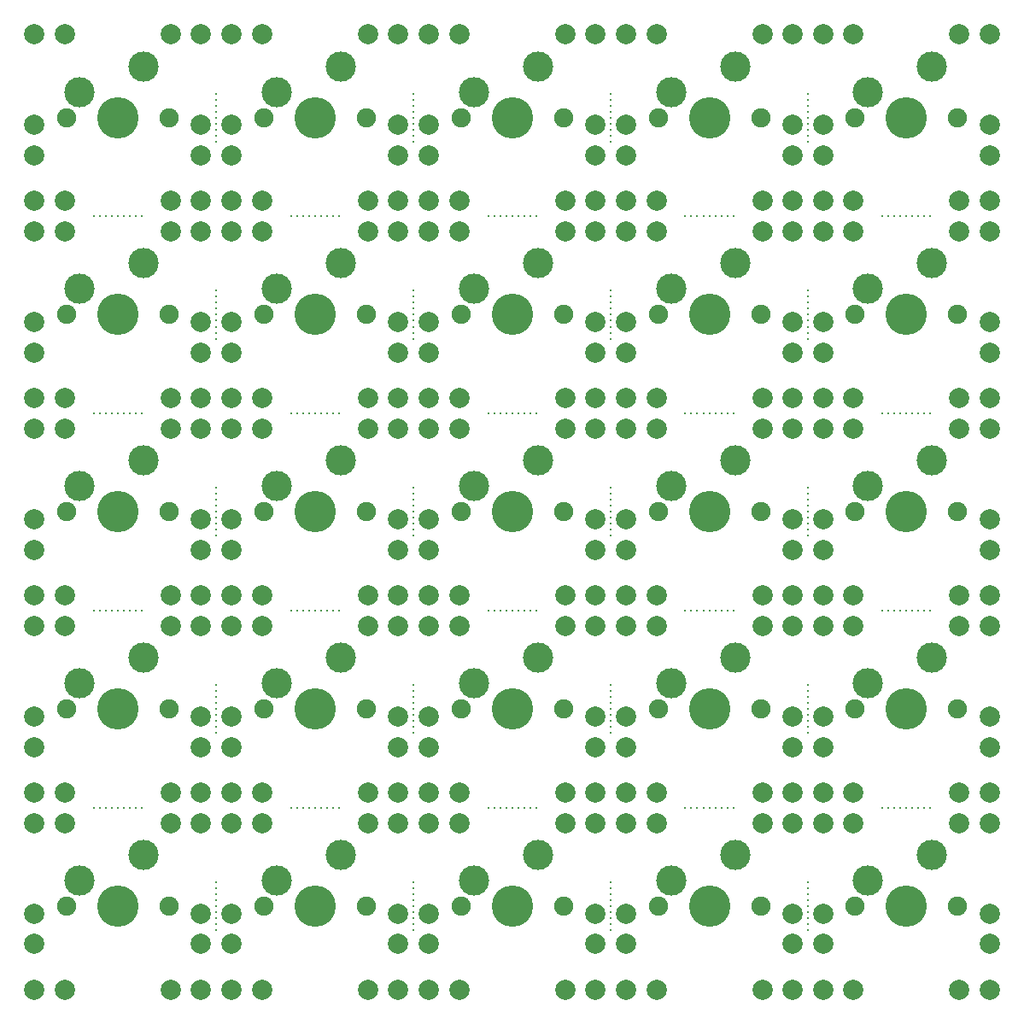
<source format=gbr>
%TF.GenerationSoftware,KiCad,Pcbnew,(5.1.9)-1*%
%TF.CreationDate,2021-03-09T21:07:52+01:00*%
%TF.ProjectId,cell,63656c6c-2e6b-4696-9361-645f70636258,rev?*%
%TF.SameCoordinates,Original*%
%TF.FileFunction,Soldermask,Top*%
%TF.FilePolarity,Negative*%
%FSLAX46Y46*%
G04 Gerber Fmt 4.6, Leading zero omitted, Abs format (unit mm)*
G04 Created by KiCad (PCBNEW (5.1.9)-1) date 2021-03-09 21:07:52*
%MOMM*%
%LPD*%
G01*
G04 APERTURE LIST*
%ADD10C,0.300000*%
%ADD11C,1.998980*%
%ADD12C,3.000000*%
%ADD13C,1.900000*%
%ADD14C,4.100000*%
G04 APERTURE END LIST*
D10*
%TO.C,REF\u002A\u002A*%
X176762500Y-146175000D03*
X175575000Y-146175000D03*
X177356250Y-146175000D03*
X176168750Y-146175000D03*
X180325000Y-146175000D03*
X179731250Y-146175000D03*
X179137500Y-146175000D03*
X178543750Y-146175000D03*
X177950000Y-146175000D03*
%TD*%
%TO.C,REF\u002A\u002A*%
X157212500Y-146175000D03*
X156025000Y-146175000D03*
X157806250Y-146175000D03*
X156618750Y-146175000D03*
X160775000Y-146175000D03*
X160181250Y-146175000D03*
X159587500Y-146175000D03*
X158993750Y-146175000D03*
X158400000Y-146175000D03*
%TD*%
%TO.C,REF\u002A\u002A*%
X137662500Y-146175000D03*
X136475000Y-146175000D03*
X138256250Y-146175000D03*
X137068750Y-146175000D03*
X141225000Y-146175000D03*
X140631250Y-146175000D03*
X140037500Y-146175000D03*
X139443750Y-146175000D03*
X138850000Y-146175000D03*
%TD*%
%TO.C,REF\u002A\u002A*%
X118112500Y-146175000D03*
X116925000Y-146175000D03*
X118706250Y-146175000D03*
X117518750Y-146175000D03*
X121675000Y-146175000D03*
X121081250Y-146175000D03*
X120487500Y-146175000D03*
X119893750Y-146175000D03*
X119300000Y-146175000D03*
%TD*%
%TO.C,REF\u002A\u002A*%
X98562500Y-146175000D03*
X97375000Y-146175000D03*
X99156250Y-146175000D03*
X97968750Y-146175000D03*
X102125000Y-146175000D03*
X101531250Y-146175000D03*
X100937500Y-146175000D03*
X100343750Y-146175000D03*
X99750000Y-146175000D03*
%TD*%
%TO.C,REF\u002A\u002A*%
X176762500Y-126625000D03*
X175575000Y-126625000D03*
X177356250Y-126625000D03*
X176168750Y-126625000D03*
X180325000Y-126625000D03*
X179731250Y-126625000D03*
X179137500Y-126625000D03*
X178543750Y-126625000D03*
X177950000Y-126625000D03*
%TD*%
%TO.C,REF\u002A\u002A*%
X157212500Y-126625000D03*
X156025000Y-126625000D03*
X157806250Y-126625000D03*
X156618750Y-126625000D03*
X160775000Y-126625000D03*
X160181250Y-126625000D03*
X159587500Y-126625000D03*
X158993750Y-126625000D03*
X158400000Y-126625000D03*
%TD*%
%TO.C,REF\u002A\u002A*%
X137662500Y-126625000D03*
X136475000Y-126625000D03*
X138256250Y-126625000D03*
X137068750Y-126625000D03*
X141225000Y-126625000D03*
X140631250Y-126625000D03*
X140037500Y-126625000D03*
X139443750Y-126625000D03*
X138850000Y-126625000D03*
%TD*%
%TO.C,REF\u002A\u002A*%
X118112500Y-126625000D03*
X116925000Y-126625000D03*
X118706250Y-126625000D03*
X117518750Y-126625000D03*
X121675000Y-126625000D03*
X121081250Y-126625000D03*
X120487500Y-126625000D03*
X119893750Y-126625000D03*
X119300000Y-126625000D03*
%TD*%
%TO.C,REF\u002A\u002A*%
X98562500Y-126625000D03*
X97375000Y-126625000D03*
X99156250Y-126625000D03*
X97968750Y-126625000D03*
X102125000Y-126625000D03*
X101531250Y-126625000D03*
X100937500Y-126625000D03*
X100343750Y-126625000D03*
X99750000Y-126625000D03*
%TD*%
%TO.C,REF\u002A\u002A*%
X176762500Y-107075000D03*
X175575000Y-107075000D03*
X177356250Y-107075000D03*
X176168750Y-107075000D03*
X180325000Y-107075000D03*
X179731250Y-107075000D03*
X179137500Y-107075000D03*
X178543750Y-107075000D03*
X177950000Y-107075000D03*
%TD*%
%TO.C,REF\u002A\u002A*%
X157212500Y-107075000D03*
X156025000Y-107075000D03*
X157806250Y-107075000D03*
X156618750Y-107075000D03*
X160775000Y-107075000D03*
X160181250Y-107075000D03*
X159587500Y-107075000D03*
X158993750Y-107075000D03*
X158400000Y-107075000D03*
%TD*%
%TO.C,REF\u002A\u002A*%
X137662500Y-107075000D03*
X136475000Y-107075000D03*
X138256250Y-107075000D03*
X137068750Y-107075000D03*
X141225000Y-107075000D03*
X140631250Y-107075000D03*
X140037500Y-107075000D03*
X139443750Y-107075000D03*
X138850000Y-107075000D03*
%TD*%
%TO.C,REF\u002A\u002A*%
X118112500Y-107075000D03*
X116925000Y-107075000D03*
X118706250Y-107075000D03*
X117518750Y-107075000D03*
X121675000Y-107075000D03*
X121081250Y-107075000D03*
X120487500Y-107075000D03*
X119893750Y-107075000D03*
X119300000Y-107075000D03*
%TD*%
%TO.C,REF\u002A\u002A*%
X98562500Y-107075000D03*
X97375000Y-107075000D03*
X99156250Y-107075000D03*
X97968750Y-107075000D03*
X102125000Y-107075000D03*
X101531250Y-107075000D03*
X100937500Y-107075000D03*
X100343750Y-107075000D03*
X99750000Y-107075000D03*
%TD*%
%TO.C,REF\u002A\u002A*%
X176762500Y-87525000D03*
X175575000Y-87525000D03*
X177356250Y-87525000D03*
X176168750Y-87525000D03*
X180325000Y-87525000D03*
X179731250Y-87525000D03*
X179137500Y-87525000D03*
X178543750Y-87525000D03*
X177950000Y-87525000D03*
%TD*%
%TO.C,REF\u002A\u002A*%
X157212500Y-87525000D03*
X156025000Y-87525000D03*
X157806250Y-87525000D03*
X156618750Y-87525000D03*
X160775000Y-87525000D03*
X160181250Y-87525000D03*
X159587500Y-87525000D03*
X158993750Y-87525000D03*
X158400000Y-87525000D03*
%TD*%
%TO.C,REF\u002A\u002A*%
X137662500Y-87525000D03*
X136475000Y-87525000D03*
X138256250Y-87525000D03*
X137068750Y-87525000D03*
X141225000Y-87525000D03*
X140631250Y-87525000D03*
X140037500Y-87525000D03*
X139443750Y-87525000D03*
X138850000Y-87525000D03*
%TD*%
%TO.C,REF\u002A\u002A*%
X118112500Y-87525000D03*
X116925000Y-87525000D03*
X118706250Y-87525000D03*
X117518750Y-87525000D03*
X121675000Y-87525000D03*
X121081250Y-87525000D03*
X120487500Y-87525000D03*
X119893750Y-87525000D03*
X119300000Y-87525000D03*
%TD*%
%TO.C,REF\u002A\u002A*%
X168175000Y-157137500D03*
X168175000Y-158325000D03*
X168175000Y-156543750D03*
X168175000Y-157731250D03*
X168175000Y-153575000D03*
X168175000Y-154168750D03*
X168175000Y-154762500D03*
X168175000Y-155356250D03*
X168175000Y-155950000D03*
%TD*%
%TO.C,REF\u002A\u002A*%
X148625000Y-157137500D03*
X148625000Y-158325000D03*
X148625000Y-156543750D03*
X148625000Y-157731250D03*
X148625000Y-153575000D03*
X148625000Y-154168750D03*
X148625000Y-154762500D03*
X148625000Y-155356250D03*
X148625000Y-155950000D03*
%TD*%
%TO.C,REF\u002A\u002A*%
X129075000Y-157137500D03*
X129075000Y-158325000D03*
X129075000Y-156543750D03*
X129075000Y-157731250D03*
X129075000Y-153575000D03*
X129075000Y-154168750D03*
X129075000Y-154762500D03*
X129075000Y-155356250D03*
X129075000Y-155950000D03*
%TD*%
%TO.C,REF\u002A\u002A*%
X109525000Y-157137500D03*
X109525000Y-158325000D03*
X109525000Y-156543750D03*
X109525000Y-157731250D03*
X109525000Y-153575000D03*
X109525000Y-154168750D03*
X109525000Y-154762500D03*
X109525000Y-155356250D03*
X109525000Y-155950000D03*
%TD*%
%TO.C,REF\u002A\u002A*%
X168175000Y-137587500D03*
X168175000Y-138775000D03*
X168175000Y-136993750D03*
X168175000Y-138181250D03*
X168175000Y-134025000D03*
X168175000Y-134618750D03*
X168175000Y-135212500D03*
X168175000Y-135806250D03*
X168175000Y-136400000D03*
%TD*%
%TO.C,REF\u002A\u002A*%
X148625000Y-137587500D03*
X148625000Y-138775000D03*
X148625000Y-136993750D03*
X148625000Y-138181250D03*
X148625000Y-134025000D03*
X148625000Y-134618750D03*
X148625000Y-135212500D03*
X148625000Y-135806250D03*
X148625000Y-136400000D03*
%TD*%
%TO.C,REF\u002A\u002A*%
X129075000Y-137587500D03*
X129075000Y-138775000D03*
X129075000Y-136993750D03*
X129075000Y-138181250D03*
X129075000Y-134025000D03*
X129075000Y-134618750D03*
X129075000Y-135212500D03*
X129075000Y-135806250D03*
X129075000Y-136400000D03*
%TD*%
%TO.C,REF\u002A\u002A*%
X109525000Y-137587500D03*
X109525000Y-138775000D03*
X109525000Y-136993750D03*
X109525000Y-138181250D03*
X109525000Y-134025000D03*
X109525000Y-134618750D03*
X109525000Y-135212500D03*
X109525000Y-135806250D03*
X109525000Y-136400000D03*
%TD*%
%TO.C,REF\u002A\u002A*%
X168175000Y-118037500D03*
X168175000Y-119225000D03*
X168175000Y-117443750D03*
X168175000Y-118631250D03*
X168175000Y-114475000D03*
X168175000Y-115068750D03*
X168175000Y-115662500D03*
X168175000Y-116256250D03*
X168175000Y-116850000D03*
%TD*%
%TO.C,REF\u002A\u002A*%
X148625000Y-118037500D03*
X148625000Y-119225000D03*
X148625000Y-117443750D03*
X148625000Y-118631250D03*
X148625000Y-114475000D03*
X148625000Y-115068750D03*
X148625000Y-115662500D03*
X148625000Y-116256250D03*
X148625000Y-116850000D03*
%TD*%
%TO.C,REF\u002A\u002A*%
X129075000Y-118037500D03*
X129075000Y-119225000D03*
X129075000Y-117443750D03*
X129075000Y-118631250D03*
X129075000Y-114475000D03*
X129075000Y-115068750D03*
X129075000Y-115662500D03*
X129075000Y-116256250D03*
X129075000Y-116850000D03*
%TD*%
%TO.C,REF\u002A\u002A*%
X109525000Y-118037500D03*
X109525000Y-119225000D03*
X109525000Y-117443750D03*
X109525000Y-118631250D03*
X109525000Y-114475000D03*
X109525000Y-115068750D03*
X109525000Y-115662500D03*
X109525000Y-116256250D03*
X109525000Y-116850000D03*
%TD*%
%TO.C,REF\u002A\u002A*%
X168175000Y-98487500D03*
X168175000Y-99675000D03*
X168175000Y-97893750D03*
X168175000Y-99081250D03*
X168175000Y-94925000D03*
X168175000Y-95518750D03*
X168175000Y-96112500D03*
X168175000Y-96706250D03*
X168175000Y-97300000D03*
%TD*%
%TO.C,REF\u002A\u002A*%
X148625000Y-98487500D03*
X148625000Y-99675000D03*
X148625000Y-97893750D03*
X148625000Y-99081250D03*
X148625000Y-94925000D03*
X148625000Y-95518750D03*
X148625000Y-96112500D03*
X148625000Y-96706250D03*
X148625000Y-97300000D03*
%TD*%
%TO.C,REF\u002A\u002A*%
X129075000Y-98487500D03*
X129075000Y-99675000D03*
X129075000Y-97893750D03*
X129075000Y-99081250D03*
X129075000Y-94925000D03*
X129075000Y-95518750D03*
X129075000Y-96112500D03*
X129075000Y-96706250D03*
X129075000Y-97300000D03*
%TD*%
%TO.C,REF\u002A\u002A*%
X109525000Y-98487500D03*
X109525000Y-99675000D03*
X109525000Y-97893750D03*
X109525000Y-99081250D03*
X109525000Y-94925000D03*
X109525000Y-95518750D03*
X109525000Y-96112500D03*
X109525000Y-96706250D03*
X109525000Y-97300000D03*
%TD*%
%TO.C,REF\u002A\u002A*%
X168175000Y-78937500D03*
X168175000Y-80125000D03*
X168175000Y-78343750D03*
X168175000Y-79531250D03*
X168175000Y-75375000D03*
X168175000Y-75968750D03*
X168175000Y-76562500D03*
X168175000Y-77156250D03*
X168175000Y-77750000D03*
%TD*%
%TO.C,REF\u002A\u002A*%
X148625000Y-78937500D03*
X148625000Y-80125000D03*
X148625000Y-78343750D03*
X148625000Y-79531250D03*
X148625000Y-75375000D03*
X148625000Y-75968750D03*
X148625000Y-76562500D03*
X148625000Y-77156250D03*
X148625000Y-77750000D03*
%TD*%
%TO.C,REF\u002A\u002A*%
X129075000Y-78937500D03*
X129075000Y-80125000D03*
X129075000Y-78343750D03*
X129075000Y-79531250D03*
X129075000Y-75375000D03*
X129075000Y-75968750D03*
X129075000Y-76562500D03*
X129075000Y-77156250D03*
X129075000Y-77750000D03*
%TD*%
D11*
%TO.C,J10*%
X172700000Y-147700000D03*
%TD*%
%TO.C,J10*%
X153150000Y-147700000D03*
%TD*%
%TO.C,J10*%
X133600000Y-147700000D03*
%TD*%
%TO.C,J10*%
X114050000Y-147700000D03*
%TD*%
%TO.C,J10*%
X94500000Y-147700000D03*
%TD*%
%TO.C,J10*%
X172700000Y-128150000D03*
%TD*%
%TO.C,J10*%
X153150000Y-128150000D03*
%TD*%
%TO.C,J10*%
X133600000Y-128150000D03*
%TD*%
%TO.C,J10*%
X114050000Y-128150000D03*
%TD*%
%TO.C,J10*%
X94500000Y-128150000D03*
%TD*%
%TO.C,J10*%
X172700000Y-108600000D03*
%TD*%
%TO.C,J10*%
X153150000Y-108600000D03*
%TD*%
%TO.C,J10*%
X133600000Y-108600000D03*
%TD*%
%TO.C,J10*%
X114050000Y-108600000D03*
%TD*%
%TO.C,J10*%
X94500000Y-108600000D03*
%TD*%
%TO.C,J10*%
X172700000Y-89050000D03*
%TD*%
%TO.C,J10*%
X153150000Y-89050000D03*
%TD*%
%TO.C,J10*%
X133600000Y-89050000D03*
%TD*%
%TO.C,J10*%
X114050000Y-89050000D03*
%TD*%
%TO.C,J10*%
X94500000Y-89050000D03*
%TD*%
%TO.C,J10*%
X172700000Y-69500000D03*
%TD*%
%TO.C,J10*%
X153150000Y-69500000D03*
%TD*%
%TO.C,J10*%
X133600000Y-69500000D03*
%TD*%
%TO.C,J10*%
X114050000Y-69500000D03*
%TD*%
%TO.C,J9*%
X186200000Y-156686000D03*
%TD*%
%TO.C,J9*%
X166650000Y-156686000D03*
%TD*%
%TO.C,J9*%
X147100000Y-156686000D03*
%TD*%
%TO.C,J9*%
X127550000Y-156686000D03*
%TD*%
%TO.C,J9*%
X108000000Y-156686000D03*
%TD*%
%TO.C,J9*%
X186200000Y-137136000D03*
%TD*%
%TO.C,J9*%
X166650000Y-137136000D03*
%TD*%
%TO.C,J9*%
X147100000Y-137136000D03*
%TD*%
%TO.C,J9*%
X127550000Y-137136000D03*
%TD*%
%TO.C,J9*%
X108000000Y-137136000D03*
%TD*%
%TO.C,J9*%
X186200000Y-117586000D03*
%TD*%
%TO.C,J9*%
X166650000Y-117586000D03*
%TD*%
%TO.C,J9*%
X147100000Y-117586000D03*
%TD*%
%TO.C,J9*%
X127550000Y-117586000D03*
%TD*%
%TO.C,J9*%
X108000000Y-117586000D03*
%TD*%
%TO.C,J9*%
X186200000Y-98036000D03*
%TD*%
%TO.C,J9*%
X166650000Y-98036000D03*
%TD*%
%TO.C,J9*%
X147100000Y-98036000D03*
%TD*%
%TO.C,J9*%
X127550000Y-98036000D03*
%TD*%
%TO.C,J9*%
X108000000Y-98036000D03*
%TD*%
%TO.C,J9*%
X186200000Y-78486000D03*
%TD*%
%TO.C,J9*%
X166650000Y-78486000D03*
%TD*%
%TO.C,J9*%
X147100000Y-78486000D03*
%TD*%
%TO.C,J9*%
X127550000Y-78486000D03*
%TD*%
%TO.C,J5*%
X183200000Y-164200000D03*
%TD*%
%TO.C,J5*%
X163650000Y-164200000D03*
%TD*%
%TO.C,J5*%
X144100000Y-164200000D03*
%TD*%
%TO.C,J5*%
X124550000Y-164200000D03*
%TD*%
%TO.C,J5*%
X105000000Y-164200000D03*
%TD*%
%TO.C,J5*%
X183200000Y-144650000D03*
%TD*%
%TO.C,J5*%
X163650000Y-144650000D03*
%TD*%
%TO.C,J5*%
X144100000Y-144650000D03*
%TD*%
%TO.C,J5*%
X124550000Y-144650000D03*
%TD*%
%TO.C,J5*%
X105000000Y-144650000D03*
%TD*%
%TO.C,J5*%
X183200000Y-125100000D03*
%TD*%
%TO.C,J5*%
X163650000Y-125100000D03*
%TD*%
%TO.C,J5*%
X144100000Y-125100000D03*
%TD*%
%TO.C,J5*%
X124550000Y-125100000D03*
%TD*%
%TO.C,J5*%
X105000000Y-125100000D03*
%TD*%
%TO.C,J5*%
X183200000Y-105550000D03*
%TD*%
%TO.C,J5*%
X163650000Y-105550000D03*
%TD*%
%TO.C,J5*%
X144100000Y-105550000D03*
%TD*%
%TO.C,J5*%
X124550000Y-105550000D03*
%TD*%
%TO.C,J5*%
X105000000Y-105550000D03*
%TD*%
%TO.C,J5*%
X183200000Y-86000000D03*
%TD*%
%TO.C,J5*%
X163650000Y-86000000D03*
%TD*%
%TO.C,J5*%
X144100000Y-86000000D03*
%TD*%
%TO.C,J5*%
X124550000Y-86000000D03*
%TD*%
%TO.C,J4*%
X172700000Y-164200000D03*
%TD*%
%TO.C,J4*%
X153150000Y-164200000D03*
%TD*%
%TO.C,J4*%
X133600000Y-164200000D03*
%TD*%
%TO.C,J4*%
X114050000Y-164200000D03*
%TD*%
%TO.C,J4*%
X94500000Y-164200000D03*
%TD*%
%TO.C,J4*%
X172700000Y-144650000D03*
%TD*%
%TO.C,J4*%
X153150000Y-144650000D03*
%TD*%
%TO.C,J4*%
X133600000Y-144650000D03*
%TD*%
%TO.C,J4*%
X114050000Y-144650000D03*
%TD*%
%TO.C,J4*%
X94500000Y-144650000D03*
%TD*%
%TO.C,J4*%
X172700000Y-125100000D03*
%TD*%
%TO.C,J4*%
X153150000Y-125100000D03*
%TD*%
%TO.C,J4*%
X133600000Y-125100000D03*
%TD*%
%TO.C,J4*%
X114050000Y-125100000D03*
%TD*%
%TO.C,J4*%
X94500000Y-125100000D03*
%TD*%
%TO.C,J4*%
X172700000Y-105550000D03*
%TD*%
%TO.C,J4*%
X153150000Y-105550000D03*
%TD*%
%TO.C,J4*%
X133600000Y-105550000D03*
%TD*%
%TO.C,J4*%
X114050000Y-105550000D03*
%TD*%
%TO.C,J4*%
X94500000Y-105550000D03*
%TD*%
%TO.C,J4*%
X172700000Y-86000000D03*
%TD*%
%TO.C,J4*%
X153150000Y-86000000D03*
%TD*%
%TO.C,J4*%
X133600000Y-86000000D03*
%TD*%
%TO.C,J4*%
X114050000Y-86000000D03*
%TD*%
%TO.C,J3*%
X169700000Y-156700000D03*
%TD*%
%TO.C,J3*%
X150150000Y-156700000D03*
%TD*%
%TO.C,J3*%
X130600000Y-156700000D03*
%TD*%
%TO.C,J3*%
X111050000Y-156700000D03*
%TD*%
%TO.C,J3*%
X91500000Y-156700000D03*
%TD*%
%TO.C,J3*%
X169700000Y-137150000D03*
%TD*%
%TO.C,J3*%
X150150000Y-137150000D03*
%TD*%
%TO.C,J3*%
X130600000Y-137150000D03*
%TD*%
%TO.C,J3*%
X111050000Y-137150000D03*
%TD*%
%TO.C,J3*%
X91500000Y-137150000D03*
%TD*%
%TO.C,J3*%
X169700000Y-117600000D03*
%TD*%
%TO.C,J3*%
X150150000Y-117600000D03*
%TD*%
%TO.C,J3*%
X130600000Y-117600000D03*
%TD*%
%TO.C,J3*%
X111050000Y-117600000D03*
%TD*%
%TO.C,J3*%
X91500000Y-117600000D03*
%TD*%
%TO.C,J3*%
X169700000Y-98050000D03*
%TD*%
%TO.C,J3*%
X150150000Y-98050000D03*
%TD*%
%TO.C,J3*%
X130600000Y-98050000D03*
%TD*%
%TO.C,J3*%
X111050000Y-98050000D03*
%TD*%
%TO.C,J3*%
X91500000Y-98050000D03*
%TD*%
%TO.C,J3*%
X169700000Y-78500000D03*
%TD*%
%TO.C,J3*%
X150150000Y-78500000D03*
%TD*%
%TO.C,J3*%
X130600000Y-78500000D03*
%TD*%
%TO.C,J3*%
X111050000Y-78500000D03*
%TD*%
%TO.C,J6*%
X186200000Y-159700000D03*
%TD*%
%TO.C,J6*%
X166650000Y-159700000D03*
%TD*%
%TO.C,J6*%
X147100000Y-159700000D03*
%TD*%
%TO.C,J6*%
X127550000Y-159700000D03*
%TD*%
%TO.C,J6*%
X108000000Y-159700000D03*
%TD*%
%TO.C,J6*%
X186200000Y-140150000D03*
%TD*%
%TO.C,J6*%
X166650000Y-140150000D03*
%TD*%
%TO.C,J6*%
X147100000Y-140150000D03*
%TD*%
%TO.C,J6*%
X127550000Y-140150000D03*
%TD*%
%TO.C,J6*%
X108000000Y-140150000D03*
%TD*%
%TO.C,J6*%
X186200000Y-120600000D03*
%TD*%
%TO.C,J6*%
X166650000Y-120600000D03*
%TD*%
%TO.C,J6*%
X147100000Y-120600000D03*
%TD*%
%TO.C,J6*%
X127550000Y-120600000D03*
%TD*%
%TO.C,J6*%
X108000000Y-120600000D03*
%TD*%
%TO.C,J6*%
X186200000Y-101050000D03*
%TD*%
%TO.C,J6*%
X166650000Y-101050000D03*
%TD*%
%TO.C,J6*%
X147100000Y-101050000D03*
%TD*%
%TO.C,J6*%
X127550000Y-101050000D03*
%TD*%
%TO.C,J6*%
X108000000Y-101050000D03*
%TD*%
%TO.C,J6*%
X186200000Y-81500000D03*
%TD*%
%TO.C,J6*%
X166650000Y-81500000D03*
%TD*%
%TO.C,J6*%
X147100000Y-81500000D03*
%TD*%
%TO.C,J6*%
X127550000Y-81500000D03*
%TD*%
%TO.C,J2*%
X169700000Y-147700000D03*
%TD*%
%TO.C,J2*%
X150150000Y-147700000D03*
%TD*%
%TO.C,J2*%
X130600000Y-147700000D03*
%TD*%
%TO.C,J2*%
X111050000Y-147700000D03*
%TD*%
%TO.C,J2*%
X91500000Y-147700000D03*
%TD*%
%TO.C,J2*%
X169700000Y-128150000D03*
%TD*%
%TO.C,J2*%
X150150000Y-128150000D03*
%TD*%
%TO.C,J2*%
X130600000Y-128150000D03*
%TD*%
%TO.C,J2*%
X111050000Y-128150000D03*
%TD*%
%TO.C,J2*%
X91500000Y-128150000D03*
%TD*%
%TO.C,J2*%
X169700000Y-108600000D03*
%TD*%
%TO.C,J2*%
X150150000Y-108600000D03*
%TD*%
%TO.C,J2*%
X130600000Y-108600000D03*
%TD*%
%TO.C,J2*%
X111050000Y-108600000D03*
%TD*%
%TO.C,J2*%
X91500000Y-108600000D03*
%TD*%
%TO.C,J2*%
X169700000Y-89050000D03*
%TD*%
%TO.C,J2*%
X150150000Y-89050000D03*
%TD*%
%TO.C,J2*%
X130600000Y-89050000D03*
%TD*%
%TO.C,J2*%
X111050000Y-89050000D03*
%TD*%
%TO.C,J2*%
X91500000Y-89050000D03*
%TD*%
%TO.C,J2*%
X169700000Y-69500000D03*
%TD*%
%TO.C,J2*%
X150150000Y-69500000D03*
%TD*%
%TO.C,J2*%
X130600000Y-69500000D03*
%TD*%
%TO.C,J2*%
X111050000Y-69500000D03*
%TD*%
%TO.C,J1*%
X186200000Y-164200000D03*
%TD*%
%TO.C,J1*%
X166650000Y-164200000D03*
%TD*%
%TO.C,J1*%
X147100000Y-164200000D03*
%TD*%
%TO.C,J1*%
X127550000Y-164200000D03*
%TD*%
%TO.C,J1*%
X108000000Y-164200000D03*
%TD*%
%TO.C,J1*%
X186200000Y-144650000D03*
%TD*%
%TO.C,J1*%
X166650000Y-144650000D03*
%TD*%
%TO.C,J1*%
X147100000Y-144650000D03*
%TD*%
%TO.C,J1*%
X127550000Y-144650000D03*
%TD*%
%TO.C,J1*%
X108000000Y-144650000D03*
%TD*%
%TO.C,J1*%
X186200000Y-125100000D03*
%TD*%
%TO.C,J1*%
X166650000Y-125100000D03*
%TD*%
%TO.C,J1*%
X147100000Y-125100000D03*
%TD*%
%TO.C,J1*%
X127550000Y-125100000D03*
%TD*%
%TO.C,J1*%
X108000000Y-125100000D03*
%TD*%
%TO.C,J1*%
X186200000Y-105550000D03*
%TD*%
%TO.C,J1*%
X166650000Y-105550000D03*
%TD*%
%TO.C,J1*%
X147100000Y-105550000D03*
%TD*%
%TO.C,J1*%
X127550000Y-105550000D03*
%TD*%
%TO.C,J1*%
X108000000Y-105550000D03*
%TD*%
%TO.C,J1*%
X186200000Y-86000000D03*
%TD*%
%TO.C,J1*%
X166650000Y-86000000D03*
%TD*%
%TO.C,J1*%
X147100000Y-86000000D03*
%TD*%
%TO.C,J1*%
X127550000Y-86000000D03*
%TD*%
%TO.C,J7*%
X186200000Y-147700000D03*
%TD*%
%TO.C,J7*%
X166650000Y-147700000D03*
%TD*%
%TO.C,J7*%
X147100000Y-147700000D03*
%TD*%
%TO.C,J7*%
X127550000Y-147700000D03*
%TD*%
%TO.C,J7*%
X108000000Y-147700000D03*
%TD*%
%TO.C,J7*%
X186200000Y-128150000D03*
%TD*%
%TO.C,J7*%
X166650000Y-128150000D03*
%TD*%
%TO.C,J7*%
X147100000Y-128150000D03*
%TD*%
%TO.C,J7*%
X127550000Y-128150000D03*
%TD*%
%TO.C,J7*%
X108000000Y-128150000D03*
%TD*%
%TO.C,J7*%
X186200000Y-108600000D03*
%TD*%
%TO.C,J7*%
X166650000Y-108600000D03*
%TD*%
%TO.C,J7*%
X147100000Y-108600000D03*
%TD*%
%TO.C,J7*%
X127550000Y-108600000D03*
%TD*%
%TO.C,J7*%
X108000000Y-108600000D03*
%TD*%
%TO.C,J7*%
X186200000Y-89050000D03*
%TD*%
%TO.C,J7*%
X166650000Y-89050000D03*
%TD*%
%TO.C,J7*%
X147100000Y-89050000D03*
%TD*%
%TO.C,J7*%
X127550000Y-89050000D03*
%TD*%
%TO.C,J7*%
X108000000Y-89050000D03*
%TD*%
%TO.C,J7*%
X186200000Y-69500000D03*
%TD*%
%TO.C,J7*%
X166650000Y-69500000D03*
%TD*%
%TO.C,J7*%
X147100000Y-69500000D03*
%TD*%
%TO.C,J7*%
X127550000Y-69500000D03*
%TD*%
%TO.C,J11*%
X169700000Y-159700000D03*
%TD*%
%TO.C,J11*%
X150150000Y-159700000D03*
%TD*%
%TO.C,J11*%
X130600000Y-159700000D03*
%TD*%
%TO.C,J11*%
X111050000Y-159700000D03*
%TD*%
%TO.C,J11*%
X91500000Y-159700000D03*
%TD*%
%TO.C,J11*%
X169700000Y-140150000D03*
%TD*%
%TO.C,J11*%
X150150000Y-140150000D03*
%TD*%
%TO.C,J11*%
X130600000Y-140150000D03*
%TD*%
%TO.C,J11*%
X111050000Y-140150000D03*
%TD*%
%TO.C,J11*%
X91500000Y-140150000D03*
%TD*%
%TO.C,J11*%
X169700000Y-120600000D03*
%TD*%
%TO.C,J11*%
X150150000Y-120600000D03*
%TD*%
%TO.C,J11*%
X130600000Y-120600000D03*
%TD*%
%TO.C,J11*%
X111050000Y-120600000D03*
%TD*%
%TO.C,J11*%
X91500000Y-120600000D03*
%TD*%
%TO.C,J11*%
X169700000Y-101050000D03*
%TD*%
%TO.C,J11*%
X150150000Y-101050000D03*
%TD*%
%TO.C,J11*%
X130600000Y-101050000D03*
%TD*%
%TO.C,J11*%
X111050000Y-101050000D03*
%TD*%
%TO.C,J11*%
X91500000Y-101050000D03*
%TD*%
%TO.C,J11*%
X169700000Y-81500000D03*
%TD*%
%TO.C,J11*%
X150150000Y-81500000D03*
%TD*%
%TO.C,J11*%
X130600000Y-81500000D03*
%TD*%
%TO.C,J11*%
X111050000Y-81500000D03*
%TD*%
%TO.C,J8*%
X169700000Y-164200000D03*
%TD*%
%TO.C,J8*%
X150150000Y-164200000D03*
%TD*%
%TO.C,J8*%
X130600000Y-164200000D03*
%TD*%
%TO.C,J8*%
X111050000Y-164200000D03*
%TD*%
%TO.C,J8*%
X91500000Y-164200000D03*
%TD*%
%TO.C,J8*%
X169700000Y-144650000D03*
%TD*%
%TO.C,J8*%
X150150000Y-144650000D03*
%TD*%
%TO.C,J8*%
X130600000Y-144650000D03*
%TD*%
%TO.C,J8*%
X111050000Y-144650000D03*
%TD*%
%TO.C,J8*%
X91500000Y-144650000D03*
%TD*%
%TO.C,J8*%
X169700000Y-125100000D03*
%TD*%
%TO.C,J8*%
X150150000Y-125100000D03*
%TD*%
%TO.C,J8*%
X130600000Y-125100000D03*
%TD*%
%TO.C,J8*%
X111050000Y-125100000D03*
%TD*%
%TO.C,J8*%
X91500000Y-125100000D03*
%TD*%
%TO.C,J8*%
X169700000Y-105550000D03*
%TD*%
%TO.C,J8*%
X150150000Y-105550000D03*
%TD*%
%TO.C,J8*%
X130600000Y-105550000D03*
%TD*%
%TO.C,J8*%
X111050000Y-105550000D03*
%TD*%
%TO.C,J8*%
X91500000Y-105550000D03*
%TD*%
%TO.C,J8*%
X169700000Y-86000000D03*
%TD*%
%TO.C,J8*%
X150150000Y-86000000D03*
%TD*%
%TO.C,J8*%
X130600000Y-86000000D03*
%TD*%
%TO.C,J8*%
X111050000Y-86000000D03*
%TD*%
D12*
%TO.C,SW1*%
X180490000Y-150870000D03*
X174140000Y-153410000D03*
D13*
X172870000Y-155950000D03*
X183030000Y-155950000D03*
D14*
X177950000Y-155950000D03*
%TD*%
D12*
%TO.C,SW1*%
X160940000Y-150870000D03*
X154590000Y-153410000D03*
D13*
X153320000Y-155950000D03*
X163480000Y-155950000D03*
D14*
X158400000Y-155950000D03*
%TD*%
D12*
%TO.C,SW1*%
X141390000Y-150870000D03*
X135040000Y-153410000D03*
D13*
X133770000Y-155950000D03*
X143930000Y-155950000D03*
D14*
X138850000Y-155950000D03*
%TD*%
D12*
%TO.C,SW1*%
X121840000Y-150870000D03*
X115490000Y-153410000D03*
D13*
X114220000Y-155950000D03*
X124380000Y-155950000D03*
D14*
X119300000Y-155950000D03*
%TD*%
D12*
%TO.C,SW1*%
X102290000Y-150870000D03*
X95940000Y-153410000D03*
D13*
X94670000Y-155950000D03*
X104830000Y-155950000D03*
D14*
X99750000Y-155950000D03*
%TD*%
D12*
%TO.C,SW1*%
X180490000Y-131320000D03*
X174140000Y-133860000D03*
D13*
X172870000Y-136400000D03*
X183030000Y-136400000D03*
D14*
X177950000Y-136400000D03*
%TD*%
D12*
%TO.C,SW1*%
X160940000Y-131320000D03*
X154590000Y-133860000D03*
D13*
X153320000Y-136400000D03*
X163480000Y-136400000D03*
D14*
X158400000Y-136400000D03*
%TD*%
D12*
%TO.C,SW1*%
X141390000Y-131320000D03*
X135040000Y-133860000D03*
D13*
X133770000Y-136400000D03*
X143930000Y-136400000D03*
D14*
X138850000Y-136400000D03*
%TD*%
D12*
%TO.C,SW1*%
X121840000Y-131320000D03*
X115490000Y-133860000D03*
D13*
X114220000Y-136400000D03*
X124380000Y-136400000D03*
D14*
X119300000Y-136400000D03*
%TD*%
D12*
%TO.C,SW1*%
X102290000Y-131320000D03*
X95940000Y-133860000D03*
D13*
X94670000Y-136400000D03*
X104830000Y-136400000D03*
D14*
X99750000Y-136400000D03*
%TD*%
D12*
%TO.C,SW1*%
X180490000Y-111770000D03*
X174140000Y-114310000D03*
D13*
X172870000Y-116850000D03*
X183030000Y-116850000D03*
D14*
X177950000Y-116850000D03*
%TD*%
D12*
%TO.C,SW1*%
X160940000Y-111770000D03*
X154590000Y-114310000D03*
D13*
X153320000Y-116850000D03*
X163480000Y-116850000D03*
D14*
X158400000Y-116850000D03*
%TD*%
D12*
%TO.C,SW1*%
X141390000Y-111770000D03*
X135040000Y-114310000D03*
D13*
X133770000Y-116850000D03*
X143930000Y-116850000D03*
D14*
X138850000Y-116850000D03*
%TD*%
D12*
%TO.C,SW1*%
X121840000Y-111770000D03*
X115490000Y-114310000D03*
D13*
X114220000Y-116850000D03*
X124380000Y-116850000D03*
D14*
X119300000Y-116850000D03*
%TD*%
D12*
%TO.C,SW1*%
X102290000Y-111770000D03*
X95940000Y-114310000D03*
D13*
X94670000Y-116850000D03*
X104830000Y-116850000D03*
D14*
X99750000Y-116850000D03*
%TD*%
D12*
%TO.C,SW1*%
X180490000Y-92220000D03*
X174140000Y-94760000D03*
D13*
X172870000Y-97300000D03*
X183030000Y-97300000D03*
D14*
X177950000Y-97300000D03*
%TD*%
D12*
%TO.C,SW1*%
X160940000Y-92220000D03*
X154590000Y-94760000D03*
D13*
X153320000Y-97300000D03*
X163480000Y-97300000D03*
D14*
X158400000Y-97300000D03*
%TD*%
D12*
%TO.C,SW1*%
X141390000Y-92220000D03*
X135040000Y-94760000D03*
D13*
X133770000Y-97300000D03*
X143930000Y-97300000D03*
D14*
X138850000Y-97300000D03*
%TD*%
D12*
%TO.C,SW1*%
X121840000Y-92220000D03*
X115490000Y-94760000D03*
D13*
X114220000Y-97300000D03*
X124380000Y-97300000D03*
D14*
X119300000Y-97300000D03*
%TD*%
D12*
%TO.C,SW1*%
X102290000Y-92220000D03*
X95940000Y-94760000D03*
D13*
X94670000Y-97300000D03*
X104830000Y-97300000D03*
D14*
X99750000Y-97300000D03*
%TD*%
D12*
%TO.C,SW1*%
X180490000Y-72670000D03*
X174140000Y-75210000D03*
D13*
X172870000Y-77750000D03*
X183030000Y-77750000D03*
D14*
X177950000Y-77750000D03*
%TD*%
D12*
%TO.C,SW1*%
X160940000Y-72670000D03*
X154590000Y-75210000D03*
D13*
X153320000Y-77750000D03*
X163480000Y-77750000D03*
D14*
X158400000Y-77750000D03*
%TD*%
D12*
%TO.C,SW1*%
X141390000Y-72670000D03*
X135040000Y-75210000D03*
D13*
X133770000Y-77750000D03*
X143930000Y-77750000D03*
D14*
X138850000Y-77750000D03*
%TD*%
D12*
%TO.C,SW1*%
X121840000Y-72670000D03*
X115490000Y-75210000D03*
D13*
X114220000Y-77750000D03*
X124380000Y-77750000D03*
D14*
X119300000Y-77750000D03*
%TD*%
D11*
%TO.C,J12*%
X183200000Y-147700000D03*
%TD*%
%TO.C,J12*%
X163650000Y-147700000D03*
%TD*%
%TO.C,J12*%
X144100000Y-147700000D03*
%TD*%
%TO.C,J12*%
X124550000Y-147700000D03*
%TD*%
%TO.C,J12*%
X105000000Y-147700000D03*
%TD*%
%TO.C,J12*%
X183200000Y-128150000D03*
%TD*%
%TO.C,J12*%
X163650000Y-128150000D03*
%TD*%
%TO.C,J12*%
X144100000Y-128150000D03*
%TD*%
%TO.C,J12*%
X124550000Y-128150000D03*
%TD*%
%TO.C,J12*%
X105000000Y-128150000D03*
%TD*%
%TO.C,J12*%
X183200000Y-108600000D03*
%TD*%
%TO.C,J12*%
X163650000Y-108600000D03*
%TD*%
%TO.C,J12*%
X144100000Y-108600000D03*
%TD*%
%TO.C,J12*%
X124550000Y-108600000D03*
%TD*%
%TO.C,J12*%
X105000000Y-108600000D03*
%TD*%
%TO.C,J12*%
X183200000Y-89050000D03*
%TD*%
%TO.C,J12*%
X163650000Y-89050000D03*
%TD*%
%TO.C,J12*%
X144100000Y-89050000D03*
%TD*%
%TO.C,J12*%
X124550000Y-89050000D03*
%TD*%
%TO.C,J12*%
X105000000Y-89050000D03*
%TD*%
%TO.C,J12*%
X183200000Y-69500000D03*
%TD*%
%TO.C,J12*%
X163650000Y-69500000D03*
%TD*%
%TO.C,J12*%
X144100000Y-69500000D03*
%TD*%
%TO.C,J12*%
X124550000Y-69500000D03*
%TD*%
D10*
%TO.C,REF\u002A\u002A*%
X109525000Y-77750000D03*
X109525000Y-77156250D03*
X109525000Y-76562500D03*
X109525000Y-75968750D03*
X109525000Y-75375000D03*
X109525000Y-79531250D03*
X109525000Y-78343750D03*
X109525000Y-80125000D03*
X109525000Y-78937500D03*
%TD*%
%TO.C,REF\u002A\u002A*%
X99750000Y-87525000D03*
X100343750Y-87525000D03*
X100937500Y-87525000D03*
X101531250Y-87525000D03*
X102125000Y-87525000D03*
X97968750Y-87525000D03*
X99156250Y-87525000D03*
X97375000Y-87525000D03*
X98562500Y-87525000D03*
%TD*%
D14*
%TO.C,SW1*%
X99750000Y-77750000D03*
D13*
X104830000Y-77750000D03*
X94670000Y-77750000D03*
D12*
X95940000Y-75210000D03*
X102290000Y-72670000D03*
%TD*%
D11*
%TO.C,J1*%
X108000000Y-86000000D03*
%TD*%
%TO.C,J2*%
X91500000Y-69500000D03*
%TD*%
%TO.C,J3*%
X91500000Y-78500000D03*
%TD*%
%TO.C,J4*%
X94500000Y-86000000D03*
%TD*%
%TO.C,J5*%
X105000000Y-86000000D03*
%TD*%
%TO.C,J6*%
X108000000Y-81500000D03*
%TD*%
%TO.C,J7*%
X108000000Y-69500000D03*
%TD*%
%TO.C,J8*%
X91500000Y-86000000D03*
%TD*%
%TO.C,J9*%
X108000000Y-78486000D03*
%TD*%
%TO.C,J10*%
X94500000Y-69500000D03*
%TD*%
%TO.C,J11*%
X91500000Y-81500000D03*
%TD*%
%TO.C,J12*%
X105000000Y-69500000D03*
%TD*%
M02*

</source>
